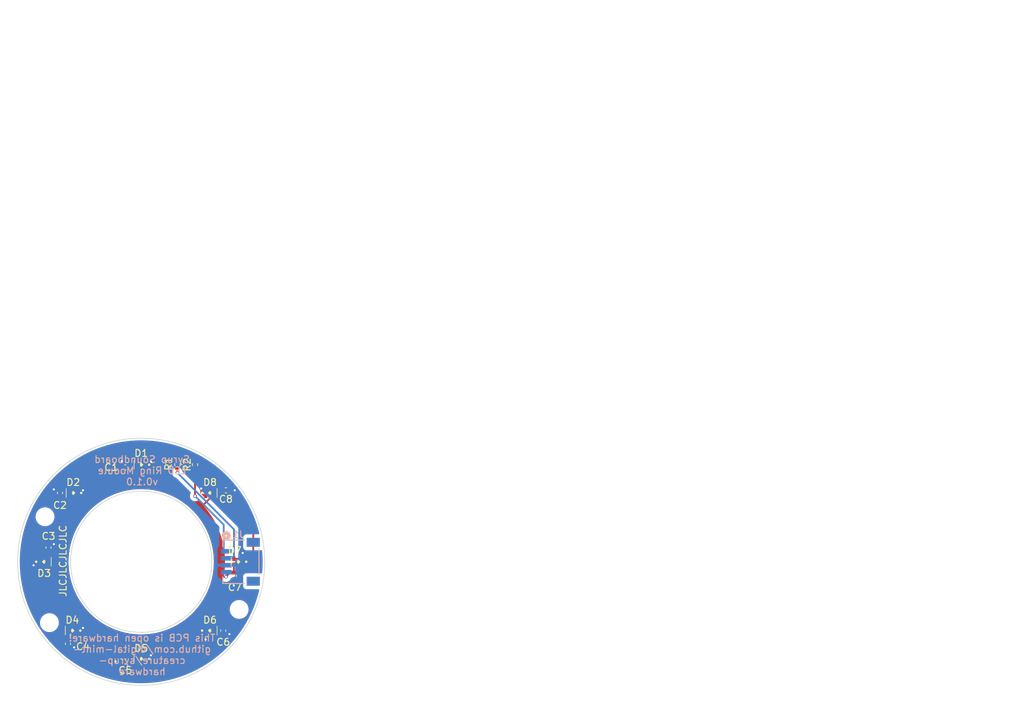
<source format=kicad_pcb>
(kicad_pcb (version 20221018) (generator pcbnew)
  (title_block (title "Syrup Hardware Soundboard: I/O Button Board") (date "2023-12-22") (rev "0.1.0") (company "https://twitch.tv/digimint") (comment 2 "Source location: https://github.com/digital-mint-creature/syrup-hardware") (comment 3 "Licensed under CERN-OHL-S v2 or any later version") (comment 4 "Copyright digimint 2023"))
  (layers (0 "F.Cu" signal) (31 "B.Cu" signal) (34 "B.Paste" user) (35 "F.Paste" user) (36 "B.SilkS" user "B.Silkscreen") (37 "F.SilkS" user "F.Silkscreen") (38 "B.Mask" user) (39 "F.Mask" user) (44 "Edge.Cuts" user))
  (net 0 "")
  (net 1 "/V_{CC}")
  (net 2 "/Gnd")
  (net 3 "Net-(D1-DO)")
  (net 4 "Net-(D1-DI)")
  (net 5 "Net-(D2-DO)")
  (net 6 "Net-(D3-DO)")
  (net 7 "Net-(D4-DO)")
  (net 8 "Net-(D5-DO)")
  (net 9 "Net-(D6-DO)")
  (net 10 "Net-(D7-DO)")
  (net 11 "Net-(D8-DO)")
  (net 12 "/D_{o}")
  (net 13 "/D_{i}")
  (footprint "Capacitor_SMD:C_0402_1005Metric" (layer "F.Cu") (at 170.688 95.504 -90)
    (fp_text reference "C7" (at 1.651 -0.127 180) (layer "F.SilkS") (effects (font (thickness 0.153))))
    (fp_text value "100nF")
    (fp_line (start -0.107836 -0.36) (end 0.107836 -0.36) (stroke (width 0.12)) (layer "F.SilkS"))
    (fp_line (start -0.107836 0.36) (end 0.107836 0.36) (stroke (width 0.12)) (layer "F.SilkS"))
    (pad "1" smd roundrect (at -0.48 0 270) (size 0.56 0.62) (layers "F.Cu" "F.Paste" "F.Mask") (net 1 "/V_{CC}"))
    (pad "2" smd roundrect (at 0.48 0 270) (size 0.56 0.62) (layers "F.Cu" "F.Paste" "F.Mask") (net 2 "/Gnd"))
  )
  (footprint "syrup:XL-1615RGBC-WS2812B" (layer "F.Cu") (at 143.383 93.472)
    (fp_text reference "D3" (at 0 1.651 unlocked) (layer "F.SilkS") (effects (font (thickness 0.153))))
    (fp_text value "~")
    (fp_line (start 1.016 -0.635) (end 1.016 0.635) (stroke (width 0.1)) (layer "F.SilkS"))
    (fp_circle (center -1.143 0) (end -1.016 0) (stroke (width 0.1)) (fill solid) (layer "F.SilkS"))
    (fp_poly (pts (xy 0.127 0.127) (xy 0.127 -0.127) (xy 0 -0.254) (xy -0.254 0) (xy 0 0.254)) (stroke (width 0.1)) (fill solid) (layer "F.SilkS"))
    (pad "1" smd rect (at -0.625 -0.425) (size 0.45 0.65) (layers "F.Cu" "F.Paste" "F.Mask") (net 6 "Net-(D3-DO)") (clearance 0.127))
    (pad "2" smd rect (at 0.625 -0.425) (size 0.45 0.65) (layers "F.Cu" "F.Paste" "F.Mask") (net 1 "/V_{CC}") (clearance 0.127))
    (pad "3" smd rect (at -0.625 0.425) (size 0.45 0.65) (layers "F.Cu" "F.Paste" "F.Mask") (net 2 "/Gnd") (clearance 0.127))
    (pad "4" smd rect (at 0.625 0.425) (size 0.45 0.65) (layers "F.Cu" "F.Paste" "F.Mask") (net 5 "Net-(D2-DO)") (clearance 0.127))
  )
  (footprint "syrup:XL-1615RGBC-WS2812B" (layer "F.Cu") (at 167.259 103.378)
    (fp_text reference "D6" (at 0 -1.524 unlocked) (layer "F.SilkS") (effects (font (thickness 0.153))))
    (fp_text value "~")
    (fp_line (start 1.016 -0.635) (end 1.016 0.635) (stroke (width 0.1)) (layer "F.SilkS"))
    (fp_circle (center -1.143 0) (end -1.016 0) (stroke (width 0.1)) (fill solid) (layer "F.SilkS"))
    (fp_poly (pts (xy 0.127 0.127) (xy 0.127 -0.127) (xy 0 -0.254) (xy -0.254 0) (xy 0 0.254)) (stroke (width 0.1)) (fill solid) (layer "F.SilkS"))
    (pad "1" smd rect (at -0.625 -0.425) (size 0.45 0.65) (layers "F.Cu" "F.Paste" "F.Mask") (net 9 "Net-(D6-DO)") (clearance 0.127))
    (pad "2" smd rect (at 0.625 -0.425) (size 0.45 0.65) (layers "F.Cu" "F.Paste" "F.Mask") (net 1 "/V_{CC}") (clearance 0.127))
    (pad "3" smd rect (at -0.625 0.425) (size 0.45 0.65) (layers "F.Cu" "F.Paste" "F.Mask") (net 2 "/Gnd") (clearance 0.127))
    (pad "4" smd rect (at 0.625 0.425) (size 0.45 0.65) (layers "F.Cu" "F.Paste" "F.Mask") (net 8 "Net-(D5-DO)") (clearance 0.127))
  )
  (footprint "MountingHole:MountingHole_2.2mm_M2" (layer "F.Cu") (at 144.145 102.235)
    (fp_text reference "REF**" hide)
    (fp_text value "MountingHole_2.2mm_M2" hide)
    (pad "" np_thru_hole circle (at 0 0) (size 2.2 2.2) (drill 2.2) (layers "*.Cu" "*.Mask"))
  )
  (footprint "Capacitor_SMD:C_0402_1005Metric" (layer "F.Cu") (at 155.067 79.883 180)
    (fp_text reference "C1" (at 2.032 0 180) (layer "F.SilkS") (effects (font (thickness 0.153))))
    (fp_text value "100nF")
    (fp_line (start -0.107836 -0.36) (end 0.107836 -0.36) (stroke (width 0.12)) (layer "F.SilkS"))
    (fp_line (start -0.107836 0.36) (end 0.107836 0.36) (stroke (width 0.12)) (layer "F.SilkS"))
    (pad "1" smd roundrect (at -0.48 0 180) (size 0.56 0.62) (layers "F.Cu" "F.Paste" "F.Mask") (net 1 "/V_{CC}"))
    (pad "2" smd roundrect (at 0.48 0 180) (size 0.56 0.62) (layers "F.Cu" "F.Paste" "F.Mask") (net 2 "/Gnd"))
  )
  (footprint "MountingHole:MountingHole_2.2mm_M2" (layer "F.Cu") (at 171.45 100.33)
    (fp_text reference "REF**" hide)
    (fp_text value "MountingHole_2.2mm_M2" hide)
    (pad "" np_thru_hole circle (at 0 0) (size 2.2 2.2) (drill 2.2) (layers "F&B.Cu" "*.Mask"))
  )
  (footprint "syrup:XL-1615RGBC-WS2812B" (layer "F.Cu") (at 147.574 83.566 180)
    (fp_text reference "D2" (at 0 1.524 unlocked) (layer "F.SilkS") (effects (font (thickness 0.153))))
    (fp_text value "~")
    (fp_line (start 1.016 -0.635) (end 1.016 0.635) (stroke (width 0.1)) (layer "F.SilkS"))
    (fp_circle (center -1.143 0) (end -1.016 0) (stroke (width 0.1)) (fill solid) (layer "F.SilkS"))
    (fp_poly (pts (xy 0.127 0.127) (xy 0.127 -0.127) (xy 0 -0.254) (xy -0.254 0) (xy 0 0.254)) (stroke (width 0.1)) (fill solid) (layer "F.SilkS"))
    (pad "1" smd rect (at -0.625 -0.425 180) (size 0.45 0.65) (layers "F.Cu" "F.Paste" "F.Mask") (net 5 "Net-(D2-DO)") (clearance 0.127))
    (pad "2" smd rect (at 0.625 -0.425 180) (size 0.45 0.65) (layers "F.Cu" "F.Paste" "F.Mask") (net 1 "/V_{CC}") (clearance 0.127))
    (pad "3" smd rect (at -0.625 0.425 180) (size 0.45 0.65) (layers "F.Cu" "F.Paste" "F.Mask") (net 2 "/Gnd") (clearance 0.127))
    (pad "4" smd rect (at 0.625 0.425 180) (size 0.45 0.65) (layers "F.Cu" "F.Paste" "F.Mask") (net 3 "Net-(D1-DO)") (clearance 0.127))
  )
  (footprint "syrup:XL-1615RGBC-WS2812B" (layer "F.Cu") (at 171.323 93.472 180)
    (fp_text reference "D7" (at 0.508 1.651 unlocked) (layer "F.SilkS") (effects (font (thickness 0.153))))
    (fp_text value "~")
    (fp_line (start 1.016 -0.635) (end 1.016 0.635) (stroke (width 0.1)) (layer "F.SilkS"))
    (fp_circle (center -1.143 0) (end -1.016 0) (stroke (width 0.1)) (fill solid) (layer "F.SilkS"))
    (fp_poly (pts (xy 0.127 0.127) (xy 0.127 -0.127) (xy 0 -0.254) (xy -0.254 0) (xy 0 0.254)) (stroke (width 0.1)) (fill solid) (layer "F.SilkS"))
    (pad "1" smd rect (at -0.625 -0.425 180) (size 0.45 0.65) (layers "F.Cu" "F.Paste" "F.Mask") (net 10 "Net-(D7-DO)") (clearance 0.127))
    (pad "2" smd rect (at 0.625 -0.425 180) (size 0.45 0.65) (layers "F.Cu" "F.Paste" "F.Mask") (net 1 "/V_{CC}") (clearance 0.127))
    (pad "3" smd rect (at -0.625 0.425 180) (size 0.45 0.65) (layers "F.Cu" "F.Paste" "F.Mask") (net 2 "/Gnd") (clearance 0.127))
    (pad "4" smd rect (at 0.625 0.425 180) (size 0.45 0.65) (layers "F.Cu" "F.Paste" "F.Mask") (net 9 "Net-(D6-DO)") (clearance 0.127))
  )
  (footprint "syrup:XL-1615RGBC-WS2812B" (layer "F.Cu") (at 147.447 103.378 180)
    (fp_text reference "D4" (at 0 1.524 unlocked) (layer "F.SilkS") (effects (font (thickness 0.153))))
    (fp_text value "~")
    (fp_line (start 1.016 -0.635) (end 1.016 0.635) (stroke (width 0.1)) (layer "F.SilkS"))
    (fp_circle (center -1.143 0) (end -1.016 0) (stroke (width 0.1)) (fill solid) (layer "F.SilkS"))
    (fp_poly (pts (xy 0.127 0.127) (xy 0.127 -0.127) (xy 0 -0.254) (xy -0.254 0) (xy 0 0.254)) (stroke (width 0.1)) (fill solid) (layer "F.SilkS"))
    (pad "1" smd rect (at -0.625 -0.425 180) (size 0.45 0.65) (layers "F.Cu" "F.Paste" "F.Mask") (net 7 "Net-(D4-DO)") (clearance 0.127))
    (pad "2" smd rect (at 0.625 -0.425 180) (size 0.45 0.65) (layers "F.Cu" "F.Paste" "F.Mask") (net 1 "/V_{CC}") (clearance 0.127))
    (pad "3" smd rect (at -0.625 0.425 180) (size 0.45 0.65) (layers "F.Cu" "F.Paste" "F.Mask") (net 2 "/Gnd") (clearance 0.127))
    (pad "4" smd rect (at 0.625 0.425 180) (size 0.45 0.65) (layers "F.Cu" "F.Paste" "F.Mask") (net 6 "Net-(D3-DO)") (clearance 0.127))
  )
  (footprint "Capacitor_SMD:C_0402_1005Metric" (layer "F.Cu") (at 155.067 107.823 180)
    (fp_text reference "C5" (at 0 -1.27 180) (layer "F.SilkS") (effects (font (thickness 0.153))))
    (fp_text value "100nF")
    (fp_line (start -0.107836 -0.36) (end 0.107836 -0.36) (stroke (width 0.12)) (layer "F.SilkS"))
    (fp_line (start -0.107836 0.36) (end 0.107836 0.36) (stroke (width 0.12)) (layer "F.SilkS"))
    (pad "1" smd roundrect (at -0.48 0 180) (size 0.56 0.62) (layers "F.Cu" "F.Paste" "F.Mask") (net 1 "/V_{CC}"))
    (pad "2" smd roundrect (at 0.48 0 180) (size 0.56 0.62) (layers "F.Cu" "F.Paste" "F.Mask") (net 2 "/Gnd"))
  )
  (footprint "Capacitor_SMD:C_0402_1005Metric" (layer "F.Cu") (at 144.018 91.44 90)
    (fp_text reference "C3" (at 1.651 0 180) (layer "F.SilkS") (effects (font (thickness 0.153))))
    (fp_text value "100nF")
    (fp_line (start -0.107836 -0.36) (end 0.107836 -0.36) (stroke (width 0.12)) (layer "F.SilkS"))
    (fp_line (start -0.107836 0.36) (end 0.107836 0.36) (stroke (width 0.12)) (layer "F.SilkS"))
    (pad "1" smd roundrect (at -0.48 0 90) (size 0.56 0.62) (layers "F.Cu" "F.Paste" "F.Mask") (net 1 "/V_{CC}"))
    (pad "2" smd roundrect (at 0.48 0 90) (size 0.56 0.62) (layers "F.Cu" "F.Paste" "F.Mask") (net 2 "/Gnd"))
  )
  (footprint "syrup:XL-1615RGBC-WS2812B" (layer "F.Cu") (at 157.353 79.502 180)
    (fp_text reference "D1" (at 0 1.651 unlocked) (layer "F.SilkS") (effects (font (thickness 0.153))))
    (fp_text value "~")
    (fp_line (start 1.016 -0.635) (end 1.016 0.635) (stroke (width 0.1)) (layer "F.SilkS"))
    (fp_circle (center -1.143 0) (end -1.016 0) (stroke (width 0.1)) (fill solid) (layer "F.SilkS"))
    (fp_poly (pts (xy 0.127 0.127) (xy 0.127 -0.127) (xy 0 -0.254) (xy -0.254 0) (xy 0 0.254)) (stroke (width 0.1)) (fill solid) (layer "F.SilkS"))
    (pad "1" smd rect (at -0.625 -0.425 180) (size 0.45 0.65) (layers "F.Cu" "F.Paste" "F.Mask") (net 3 "Net-(D1-DO)") (clearance 0.127))
    (pad "2" smd rect (at 0.625 -0.425 180) (size 0.45 0.65) (layers "F.Cu" "F.Paste" "F.Mask") (net 1 "/V_{CC}") (clearance 0.127))
    (pad "3" smd rect (at -0.625 0.425 180) (size 0.45 0.65) (layers "F.Cu" "F.Paste" "F.Mask") (net 2 "/Gnd") (clearance 0.127))
    (pad "4" smd rect (at 0.625 0.425 180) (size 0.45 0.65) (layers "F.Cu" "F.Paste" "F.Mask") (net 4 "Net-(D1-DI)") (clearance 0.127))
  )
  (footprint "Capacitor_SMD:C_0402_1005Metric" (layer "F.Cu") (at 145.669 83.566 90)
    (fp_text reference "C2" (at -1.778 0) (layer "F.SilkS") (effects (font (thickness 0.153))))
    (fp_text value "100nF")
    (fp_line (start -0.107836 -0.36) (end 0.107836 -0.36) (stroke (width 0.12)) (layer "F.SilkS"))
    (fp_line (start -0.107836 0.36) (end 0.107836 0.36) (stroke (width 0.12)) (layer "F.SilkS"))
    (pad "1" smd roundrect (at -0.48 0 90) (size 0.56 0.62) (layers "F.Cu" "F.Paste" "F.Mask") (net 1 "/V_{CC}"))
    (pad "2" smd roundrect (at 0.48 0 90) (size 0.56 0.62) (layers "F.Cu" "F.Paste" "F.Mask") (net 2 "/Gnd"))
  )
  (footprint "MountingHole:MountingHole_2.2mm_M2" (layer "F.Cu") (at 143.51 86.995)
    (fp_text reference "REF**" hide)
    (fp_text value "MountingHole_2.2mm_M2" hide)
    (pad "" np_thru_hole circle (at 0 0) (size 2.2 2.2) (drill 2.2) (layers "F&B.Cu" "*.Mask"))
  )
  (footprint "Resistor_SMD:R_0402_1005Metric" (layer "F.Cu") (at 165.1 79.502 -90)
    (fp_text reference "R2" (at 0 1.143 -90) (layer "F.SilkS") (effects (font (thickness 0.153))))
    (fp_text value "499Ω")
    (fp_line (start -0.153641 -0.38) (end 0.153641 -0.38) (stroke (width 0.12)) (layer "F.SilkS"))
    (fp_line (start -0.153641 0.38) (end 0.153641 0.38) (stroke (width 0.12)) (layer "F.SilkS"))
    (pad "1" smd roundrect (at -0.51 0 270) (size 0.54 0.64) (layers "F.Cu" "F.Paste" "F.Mask") (net 11 "Net-(D8-DO)"))
    (pad "2" smd roundrect (at 0.51 0 270) (size 0.54 0.64) (layers "F.Cu" "F.Paste" "F.Mask") (net 12 "/D_{o}"))
  )
  (footprint "syrup:XL-1615RGBC-WS2812B" (layer "F.Cu") (at 167.259 83.566)
    (fp_text reference "D8" (at 0 -1.524 unlocked) (layer "F.SilkS") (effects (font (thickness 0.153))))
    (fp_text value "~")
    (fp_line (start 1.016 -0.635) (end 1.016 0.635) (stroke (width 0.1)) (layer "F.SilkS"))
    (fp_circle (center -1.143 0) (end -1.016 0) (stroke (width 0.1)) (fill solid) (layer "F.SilkS"))
    (fp_poly (pts (xy 0.127 0.127) (xy 0.127 -0.127) (xy 0 -0.254) (xy -0.254 0) (xy 0 0.254)) (stroke (width 0.1)) (fill solid) (layer "F.SilkS"))
    (pad "1" smd rect (at -0.625 -0.425) (size 0.45 0.65) (layers "F.Cu" "F.Paste" "F.Mask") (net 11 "Net-(D8-DO)") (clearance 0.127))
    (pad "2" smd rect (at 0.625 -0.425) (size 0.45 0.65) (layers "F.Cu" "F.Paste" "F.Mask") (net 1 "/V_{CC}") (clearance 0.127))
    (pad "3" smd rect (at -0.625 0.425) (size 0.45 0.65) (layers "F.Cu" "F.Paste" "F.Mask") (net 2 "/Gnd") (clearance 0.127))
    (pad "4" smd rect (at 0.625 0.425) (size 0.45 0.65) (layers "F.Cu" "F.Paste" "F.Mask") (net 10 "Net-(D7-DO)") (clearance 0.127))
  )
  (footprint "syrup:XL-1615RGBC-WS2812B" (layer "F.Cu") (at 157.353 107.442 180)
    (fp_text reference "D5" (at 0 1.524 unlocked) (layer "F.SilkS") (effects (font (thickness 0.153))))
    (fp_text value "~")
    (fp_line (start 1.016 -0.635) (end 1.016 0.635) (stroke (width 0.1)) (layer "F.SilkS"))
    (fp_circle (center -1.143 0) (end -1.016 0) (stroke (width 0.1)) (fill solid) (layer "F.SilkS"))
    (fp_poly (pts (xy 0.127 0.127) (xy 0.127 -0.127) (xy 0 -0.254) (xy -0.254 0) (xy 0 0.254)) (stroke (width 0.1)) (fill solid) (layer "F.SilkS"))
    (pad "1" smd rect (at -0.625 -0.425 180) (size 0.45 0.65) (layers "F.Cu" "F.Paste" "F.Mask") (net 8 "Net-(D5-DO)") (clearance 0.127))
    (pad "2" smd rect (at 0.625 -0.425 180) (size 0.45 0.65) (layers "F.Cu" "F.Paste" "F.Mask") (net 1 "/V_{CC}") (clearance 0.127))
    (pad "3" smd rect (at -0.625 0.425 180) (size 0.45 0.65) (layers "F.Cu" "F.Paste" "F.Mask") (net 2 "/Gnd") (clearance 0.127))
    (pad "4" smd rect (at 0.625 0.425 180) (size 0.45 0.65) (layers "F.Cu" "F.Paste" "F.Mask") (net 7 "Net-(D4-DO)") (clearance 0.127))
  )
  (footprint "Capacitor_SMD:C_0402_1005Metric" (layer "F.Cu") (at 169.545 83.185)
    (fp_text reference "C8" (at 0 1.27) (layer "F.SilkS") (effects (font (thickness 0.153))))
    (fp_text value "100nF")
    (fp_line (start -0.107836 -0.36) (end 0.107836 -0.36) (stroke (width 0.12)) (layer "F.SilkS"))
    (fp_line (start -0.107836 0.36) (end 0.107836 0.36) (stroke (width 0.12)) (layer "F.SilkS"))
    (pad "1" smd roundrect (at -0.48 0) (size 0.56 0.62) (layers "F.Cu" "F.Paste" "F.Mask") (net 1 "/V_{CC}"))
    (pad "2" smd roundrect (at 0.48 0) (size 0.56 0.62) (layers "F.Cu" "F.Paste" "F.Mask") (net 2 "/Gnd"))
  )
  (footprint "Resistor_SMD:R_0402_1005Metric" (layer "F.Cu") (at 162.56 79.502 90)
    (fp_text reference "R1" (at 0.127 -1.27 270) (layer "F.SilkS") (effects (font (thickness 0.153))))
    (fp_text value "499Ω")
    (fp_line (start -0.153641 -0.38) (end 0.153641 -0.38) (stroke (width 0.12)) (layer "F.SilkS"))
    (fp_line (start -0.153641 0.38) (end 0.153641 0.38) (stroke (width 0.12)) (layer "F.SilkS"))
    (pad "1" smd roundrect (at -0.51 0 90) (size 0.54 0.64) (layers "F.Cu" "F.Paste" "F.Mask") (net 13 "/D_{i}"))
    (pad "2" smd roundrect (at 0.51 0 90) (size 0.54 0.64) (layers "F.Cu" "F.Paste" "F.Mask") (net 4 "Net-(D1-DI)"))
  )
  (footprint "Capacitor_SMD:C_0402_1005Metric" (layer "F.Cu") (at 146.812 105.283 -90)
    (fp_text reference "C4" (at 0.381 -2.159 -180) (layer "F.SilkS") (effects (font (thickness 0.153))))
    (fp_text value "100nF")
    (fp_line (start -0.107836 -0.36) (end 0.107836 -0.36) (stroke (width 0.12)) (layer "F.SilkS"))
    (fp_line (start -0.107836 0.36) (end 0.107836 0.36) (stroke (width 0.12)) (layer "F.SilkS"))
    (pad "1" smd roundrect (at -0.48 0 270) (size 0.56 0.62) (layers "F.Cu" "F.Paste" "F.Mask") (net 1 "/V_{CC}"))
    (pad "2" smd roundrect (at 0.48 0 270) (size 0.56 0.62) (layers "F.Cu" "F.Paste" "F.Mask") (net 2 "/Gnd"))
  )
  (footprint "Capacitor_SMD:C_0402_1005Metric" (layer "F.Cu") (at 169.164 103.378 -90)
    (fp_text reference "C6" (at 1.651 0 180) (layer "F.SilkS") (effects (font (thickness 0.153))))
    (fp_text value "100nF")
    (fp_line (start -0.107836 -0.36) (end 0.107836 -0.36) (stroke (width 0.12)) (layer "F.SilkS"))
    (fp_line (start -0.107836 0.36) (end 0.107836 0.36) (stroke (width 0.12)) (layer "F.SilkS"))
    (pad "1" smd roundrect (at -0.48 0 270) (size 0.56 0.62) (layers "F.Cu" "F.Paste" "F.Mask") (net 1 "/V_{CC}"))
    (pad "2" smd roundrect (at 0.48 0 270) (size 0.56 0.62) (layers "F.Cu" "F.Paste" "F.Mask") (net 2 "/Gnd"))
  )
  (footprint "syrup:CONN_SM04B-SRSS-TB_JST" (layer "B.Cu") (at 171.705499 93.472 90)
    (fp_text reference "J1" (at 3.9116 -0.357099 unlocked) (layer "B.SilkS") (effects (font (thickness 0.153)) (justify mirror)))
    (fp_text value "SM04B-SRSS-TB")
    (fp_line (start -3.1242 -2.6035) (end -2.16294 -2.6035) (stroke (width 0.1524)) (layer "B.SilkS"))
    (fp_line (start -3.1242 0.491261) (end -3.1242 -2.6035) (stroke (width 0.1524)) (layer "B.SilkS"))
    (fp_line (start 1.819559 2.6035) (end -1.819559 2.6035) (stroke (width 0.1524)) (layer "B.SilkS"))
    (fp_line (start 2.16294 -2.6035) (end 3.1242 -2.6035) (stroke (width 0.1524)) (layer "B.SilkS"))
    (fp_line (start 3.1242 -2.6035) (end 3.1242 0.491261) (stroke (width 0.1524)) (layer "B.SilkS"))
    (fp_circle (center 3.7592 -2.0985) (end 4.1402 -2.0985) (stroke (width 0.508)) (fill none) (layer "B.SilkS"))
    (fp_circle (center 3.7592 -2.0985) (end 4.1402 -2.0985) (stroke (width 0.508)) (fill none) (layer "F.SilkS"))
    (pad "1" smd rect (at 1.5 -2.0985 90) (size 0.6604 1.5494) (layers "B.Cu" "B.Paste" "B.Mask") (net 12 "/D_{o}"))
    (pad "2" smd rect (at 0.499999 -2.0985 90) (size 0.6604 1.5494) (layers "B.Cu" "B.Paste" "B.Mask") (net 13 "/D_{i}"))
    (pad "3" smd rect (at -0.499999 -2.0985 90) (size 0.6604 1.5494) (layers "B.Cu" "B.Paste" "B.Mask") (net 2 "/Gnd"))
    (pad "4" smd rect (at -1.5 -2.0985 90) (size 0.6604 1.5494) (layers "B.Cu" "B.Paste" "B.Mask") (net 1 "/V_{CC}"))
    (pad "5" smd rect (at -2.799999 1.776501) (size 1.905 1.2954) (layers "B.Cu" "B.Paste" "B.Mask"))
    (pad "6" smd rect (at 2.799999 1.776501) (size 1.905 1.2954) (layers "B.Cu" "B.Paste" "B.Mask"))
  )
  (gr_circle (center 157.353 93.472) (end 167.513 93.472) (stroke (width 0.1)) (fill none) (layer "Edge.Cuts"))
  (gr_circle (center 157.353 93.472) (end 175.133 93.472) (stroke (width 0.1)) (fill none) (layer "Edge.Cuts"))
  (gr_text "Syrup Soundboard\nLED Ring Module\nv0.1.0" (at 157.48 82.55) (layer "B.SilkS") (effects (font (size 1 1) (thickness 0.153)) (justify bottom mirror)))
  (gr_text "This PCB is open hardware!\ngithub.com/digital-mint-\ncreature/syrup-\nhardware" (at 157.48 109.855) (layer "B.SilkS") (effects (font (size 1 1) (thickness 0.153)) (justify bottom mirror)))
  (gr_text "JLCJLCJLCJLC" (at 146.685 93.345 90) (layer "F.SilkS") (effects (font (size 1 1) (thickness 0.153)) (justify bottom)))
  (segment (start 151.765 83.312) (end 151.765 83.439) (width 0.25) (layer "F.Cu") (net 1))
  (segment (start 167.884 102.953) (end 169.109 102.953) (width 0.25) (layer "F.Cu") (net 1))
  (segment (start 150.495 82.042) (end 151.765 83.312) (width 0.25) (layer "F.Cu") (net 1))
  (segment (start 157.203 107.867) (end 157.353 107.717) (width 0.25) (layer "F.Cu") (net 1))
  (segment (start 170.698 95.014) (end 170.688 95.024) (width 0.25) (layer "F.Cu") (net 1))
  (segment (start 145.669 84.046) (end 146.894 84.046) (width 0.25) (layer "F.Cu") (net 1))
  (segment (start 169.109 102.953) (end 169.164 102.898) (width 0.25) (layer "F.Cu") (net 1))
  (segment (start 167.409 83.141) (end 167.386 83.164) (width 0.25) (layer "F.Cu") (net 1))
  (segment (start 147.297 103.803) (end 147.447 103.653) (width 0.25) (layer "F.Cu") (net 1))
  (segment (start 146.812 103.813) (end 146.822 103.803) (width 0.25) (layer "F.Cu") (net 1))
  (segment (start 144.018 93.037) (end 144.008 93.047) (width 0.25) (layer "F.Cu") (net 1))
  (segment (start 167.884 102.953) (end 167.409 102.953) (width 0.25) (layer "F.Cu") (net 1))
  (segment (start 169.037 93.853) (end 169.081 93.897) (width 0.25) (layer "F.Cu") (net 1))
  (segment (start 167.884 83.141) (end 169.021 83.141) (width 0.25) (layer "F.Cu") (net 1))
  (segment (start 169.545 95.631) (end 168.529 95.631) (width 0.25) (layer "F.Cu") (net 1))
  (segment (start 148.209 82.042) (end 150.495 82.042) (width 0.25) (layer "F.Cu") (net 1))
  (segment (start 169.021 83.141) (end 169.065 83.185) (width 0.25) (layer "F.Cu") (net 1))
  (segment (start 156.684 107.823) (end 156.728 107.867) (width 0.25) (layer "F.Cu") (net 1))
  (segment (start 147.447 103.653) (end 147.447 101.981) (width 0.25) (layer "F.Cu") (net 1))
  (segment (start 146.949 83.991) (end 147.153 83.991) (width 0.25) (layer "F.Cu") (net 1))
  (segment (start 170.698 93.897) (end 170.698 95.014) (width 0.25) (layer "F.Cu") (net 1))
  (segment (start 156.728 107.867) (end 157.203 107.867) (width 0.25) (layer "F.Cu") (net 1))
  (segment (start 147.447 101.981) (end 148.59 100.838) (width 0.25) (layer "F.Cu") (net 1))
  (segment (start 146.894 84.046) (end 146.949 83.991) (width 0.25) (layer "F.Cu") (net 1))
  (segment (start 170.152 95.024) (end 169.545 95.631) (width 0.25) (layer "F.Cu") (net 1))
  (segment (start 167.199 103.163) (end 167.199 104.886173) (width 0.25) (layer "F.Cu") (net 1))
  (segment (start 147.574 82.677) (end 148.209 82.042) (width 0.25) (layer "F.Cu") (net 1))
  (segment (start 146.812 104.803) (end 146.812 103.813) (width 0.25) (layer "F.Cu") (net 1))
  (segment (start 147.574 83.57) (end 147.574 82.677) (width 0.25) (layer "F.Cu") (net 1))
  (segment (start 156.728 82.159) (end 156.718 82.169) (width 0.25) (layer "F.Cu") (net 1))
  (segment (start 167.409 102.953) (end 167.199 103.163) (width 0.25) (layer "F.Cu") (net 1))
  (segment (start 166.31 105.223) (end 163.957 102.87) (width 0.25) (layer "F.Cu") (net 1))
  (segment (start 157.353 107.717) (end 157.353 105.029) (width 0.25) (layer "F.Cu") (net 1))
  (segment (start 144.008 93.047) (end 145.625 93.047) (width 0.25) (layer "F.Cu") (net 1))
  (segment (start 146.822 103.803) (end 147.297 103.803) (width 0.25) (layer "F.Cu") (net 1))
  (segment (start 167.386 83.164) (end 167.386 84.201) (width 0.25) (layer "F.Cu") (net 1))
  (segment (start 167.199 104.886173) (end 166.862173 105.223) (width 0.25) (layer "F.Cu") (net 1))
  (segment (start 145.625 93.047) (end 145.669 93.091) (width 0.25) (layer "F.Cu") (net 1))
  (segment (start 167.386 84.201) (end 165.608 85.979) (width 0.25) (layer "F.Cu") (net 1))
  (segment (start 167.884 83.141) (end 167.409 83.141) (width 0.25) (layer "F.Cu") (net 1))
  (segment (start 147.153 83.991) (end 147.574 83.57) (width 0.25) (layer "F.Cu") (net 1))
  (segment (start 156.684 79.883) (end 156.728 79.927) (width 0.25) (layer "F.Cu") (net 1))
  (segment (start 170.698 93.897) (end 169.081 93.897) (width 0.25) (layer "F.Cu") (net 1))
  (segment (start 156.728 79.927) (end 156.728 82.159) (width 0.25) (layer "F.Cu") (net 1))
  (segment (start 144.018 91.92) (end 144.018 93.037) (width 0.25) (layer "F.Cu") (net 1))
  (segment (start 170.688 95.024) (end 170.152 95.024) (width 0.25) (layer "F.Cu") (net 1))
  (segment (start 155.547 107.823) (end 156.684 107.823) (width 0.25) (layer "F.Cu") (net 1))
  (segment (start 166.862173 105.223) (end 166.31 105.223) (width 0.25) (layer "F.Cu") (net 1))
  (segment (start 155.547 79.883) (end 156.684 79.883) (width 0.25) (layer "F.Cu") (net 1))
  (via (at 169.545 95.631) (size 0.5) (drill 0.3) (layers "F.Cu" "B.Cu") (net 1))
  (segment (start 169.606999 95.569001) (end 169.606999 94.972) (width 0.25) (layer "B.Cu") (net 1))
  (segment (start 169.545 95.631) (end 169.606999 95.569001) (width 0.25) (layer "B.Cu") (net 1))
  (segment (start 166.624 104.648) (end 166.624 103.832) (width 0.25) (layer "F.Cu") (net 2))
  (segment (start 144.78 83.058) (end 145.596 83.058) (width 0.25) (layer "F.Cu") (net 2))
  (segment (start 170.688 96.901) (end 170.688 96.085) (width 0.25) (layer "F.Cu") (net 2))
  (segment (start 158.75 106.934) (end 157.934 106.934) (width 0.25) (layer "F.Cu") (net 2))
  (segment (start 165.989 82.931) (end 165.989 83.55) (width 0.25) (layer "F.Cu") (net 2))
  (segment (start 170.053 103.886) (end 169.237 103.886) (width 0.25) (layer "F.Cu") (net 2))
  (segment (start 141.859 93.98) (end 142.675 93.98) (width 0.25) (layer "F.Cu") (net 2))
  (segment (start 148.971 83.185) (end 148.155 83.185) (width 0.25) (layer "F.Cu") (net 2))
  (segment (start 153.67 107.823) (end 154.486 107.823) (width 0.25) (layer "F.Cu") (net 2))
  (segment (start 158.794 79.077) (end 157.978 79.077) (width 0.25) (layer "F.Cu") (net 2))
  (segment (start 171.958 92.202) (end 171.958 93.018) (width 0.25) (layer "F.Cu") (net 2))
  (segment (start 148.971 102.997) (end 148.155 102.997) (width 0.25) (layer "F.Cu") (net 2))
  (segment (start 166.43 83.991) (end 166.634 83.991) (width 0.25) (layer "F.Cu") (net 2))
  (segment (start 147.701 105.791) (end 146.885 105.791) (width 0.25) (layer "F.Cu") (net 2))
  (segment (start 144.78 90.932) (end 143.964 90.932) (width 0.25) (layer "F.Cu") (net 2))
  (segment (start 154.559 78.994) (end 154.559 79.81) (width 0.25) (layer "F.Cu") (net 2))
  (segment (start 165.989 83.55) (end 166.43 83.991) (width 0.25) (layer "F.Cu") (net 2))
  (segment (start 170.815 83.185) (end 169.999 83.185) (width 0.25) (layer "F.Cu") (net 2))
  (via (at 170.688 96.901) (size 0.5) (drill 0.3) (layers "F.Cu" "B.Cu") (net 2))
  (via (at 165.989 82.931) (size 0.5) (drill 0.3) (layers "F.Cu" "B.Cu") (net 2))
  (via (at 158.794 79.077) (size 0.5) (drill 0.3) (layers "F.Cu" "B.Cu") (net 2))
  (via (at 148.971 102.997) (size 0.5) (drill 0.3) (layers "F.Cu" "B.Cu") (net 2))
  (via (at 144.78 90.932) (size 0.5) (drill 0.3) (layers "F.Cu" "B.Cu") (net 2))
  (via (at 147.701 105.791) (size 0.5) (drill 0.3) (layers "F.Cu" "B.Cu") (net 2))
  (via (at 170.053 103.886) (size 0.5) (drill 0.3) (layers "F.Cu" "B.Cu") (net 2))
  (via (at 148.971 83.185) (size 0.5) (drill 0.3) (layers "F.Cu" "B.Cu") (net 2))
  (via (at 144.78 83.058) (size 0.5) (drill 0.3) (layers "F.Cu" "B.Cu") (net 2))
  (via (at 154.559 78.994) (size 0.5) (drill 0.3) (layers "F.Cu" "B.Cu") (net 2))
  (via (at 141.859 93.98) (size 0.5) (drill 0.3) (layers "F.Cu" "B.Cu") (net 2))
  (via (at 153.67 107.823) (size 0.5) (drill 0.3) (layers "F.Cu" "B.Cu") (net 2))
  (via (at 166.624 104.648) (size 0.5) (drill 0.3) (layers "F.Cu" "B.Cu") (net 2))
  (via (at 171.958 92.202) (size 0.5) (drill 0.3) (layers "F.Cu" "B.Cu") (net 2))
  (via (at 170.815 83.185) (size 0.5) (drill 0.3) (layers "F.Cu" "B.Cu") (net 2))
  (via (at 158.75 106.934) (size 0.5) (drill 0.3) (layers "F.Cu" "B.Cu") (net 2))
  (segment (start 158.877 78.232) (end 159.512 78.867) (width 0.25) (layer "F.Cu") (net 3))
  (segment (start 158.757173 79.927) (end 157.978 79.927) (width 0.25) (layer "F.Cu") (net 3))
  (segment (start 147.447 81.026) (end 146.949 81.524) (width 0.25) (layer "F.Cu") (net 3))
  (segment (start 159.512 78.867) (end 159.512 79.172173) (width 0.25) (layer "F.Cu") (net 3))
  (segment (start 146.949 81.524) (end 146.949 83.141) (width 0.25) (layer "F.Cu") (net 3))
  (segment (start 147.447 81.026) (end 151.003 81.026) (width 0.25) (layer "F.Cu") (net 3))
  (segment (start 151.003 81.026) (end 153.797 78.232) (width 0.25) (layer "F.Cu") (net 3))
  (segment (start 159.512 79.172173) (end 158.757173 79.927) (width 0.25) (layer "F.Cu") (net 3))
  (segment (start 153.797 78.232) (end 158.877 78.232) (width 0.25) (layer "F.Cu") (net 3))
  (segment (start 158.023 81.026) (end 157.205 80.208) (width 0.25) (layer "F.Cu") (net 4))
  (segment (start 157.203 79.077) (end 156.728 79.077) (width 0.25) (layer "F.Cu") (net 4))
  (segment (start 161.038 78.992) (end 159.004 81.026) (width 0.25) (layer "F.Cu") (net 4))
  (segment (start 162.56 78.992) (end 161.038 78.992) (width 0.25) (layer "F.Cu") (net 4))
  (segment (start 157.205 80.208) (end 157.205 79.079) (width 0.25) (layer "F.Cu") (net 4))
  (segment (start 157.205 79.079) (end 157.203 79.077) (width 0.25) (layer "F.Cu") (net 4))
  (segment (start 159.004 81.026) (end 158.023 81.026) (width 0.25) (layer "F.Cu") (net 4))
  (segment (start 143.533 93.897) (end 144.008 93.897) (width 0.25) (layer "F.Cu") (net 5))
  (segment (start 143.256 90.17) (end 143.256 93.62) (width 0.25) (layer "F.Cu") (net 5))
  (segment (start 148.199 83.991) (end 148.199 85.227) (width 0.25) (layer "F.Cu") (net 5))
  (segment (start 143.256 93.62) (end 143.533 93.897) (width 0.25) (layer "F.Cu") (net 5))
  (segment (start 148.199 85.227) (end 143.256 90.17) (width 0.25) (layer "F.Cu") (net 5))
  (segment (start 141.097 93.726) (end 141.097 96.774) (width 0.25) (layer "F.Cu") (net 6))
  (segment (start 142.758 93.047) (end 141.776 93.047) (width 0.25) (layer "F.Cu") (net 6))
  (segment (start 141.097 96.774) (end 146.822 102.499) (width 0.25) (layer "F.Cu") (net 6))
  (segment (start 146.822 102.499) (end 146.822 102.953) (width 0.25) (layer "F.Cu") (net 6))
  (segment (start 141.776 93.047) (end 141.097 93.726) (width 0.25) (layer "F.Cu") (net 6))
  (segment (start 153.118 107.017) (end 156.728 107.017) (width 0.25) (layer "F.Cu") (net 7))
  (segment (start 149.904 103.803) (end 153.118 107.017) (width 0.25) (layer "F.Cu") (net 7))
  (segment (start 148.072 103.803) (end 149.904 103.803) (width 0.25) (layer "F.Cu") (net 7))
  (segment (start 157.978 107.867) (end 166.453 107.867) (width 0.25) (layer "F.Cu") (net 8))
  (segment (start 167.884 106.436) (end 167.884 103.803) (width 0.25) (layer "F.Cu") (net 8))
  (segment (start 166.453 107.867) (end 167.884 106.436) (width 0.25) (layer "F.Cu") (net 8))
  (segment (start 171.323 97.079173) (end 171.323 93.197) (width 0.25) (layer "F.Cu") (net 9))
  (segment (start 167.64 100.33) (end 170.494 97.476) (width 0.25) (layer "F.Cu") (net 9))
  (segment (start 170.494 97.476) (end 170.926173 97.476) (width 0.25) (layer "F.Cu") (net 9))
  (segment (start 166.634 102.462) (end 167.64 101.456) (width 0.25) (layer "F.Cu") (net 9))
  (segment (start 171.323 93.197) (end 171.173 93.047) (width 0.25) (layer "F.Cu") (net 9))
  (segment (start 170.926173 97.476) (end 171.323 97.079173) (width 0.25) (layer "F.Cu") (net 9))
  (segment (start 171.173 93.047) (end 170.698 93.047) (width 0.25) (layer "F.Cu") (net 9))
  (segment (start 167.64 101.456) (end 167.64 100.33) (width 0.25) (layer "F.Cu") (net 9))
  (segment (start 166.634 102.953) (end 166.634 102.462) (width 0.25) (layer "F.Cu") (net 9))
  (segment (start 173.482 89.154) (end 168.319 83.991) (width 0.25) (layer "F.Cu") (net 10))
  (segment (start 171.948 93.897) (end 172.423 93.897) (width 0.25) (layer "F.Cu") (net 10))
  (segment (start 173.482 92.838) (end 173.482 89.154) (width 0.25) (layer "F.Cu") (net 10))
  (segment (start 172.423 93.897) (end 173.482 92.838) (width 0.25) (layer "F.Cu") (net 10))
  (segment (start 168.319 83.991) (end 167.884 83.991) (width 0.25) (layer "F.Cu") (net 10))
  (segment (start 166.634 80.526) (end 165.1 78.992) (width 0.25) (layer "F.Cu") (net 11))
  (segment (start 166.634 83.141) (end 166.634 80.526) (width 0.25) (layer "F.Cu") (net 11))
  (segment (start 165.1 83.525233) (end 165.1 84.012794) (width 0.25) (layer "F.Cu") (net 12))
  (segment (start 165.1 83.525233) (end 165.1 80.012) (width 0.25) (layer "F.Cu") (net 12))
  (segment (start 165.1 84.012794) (end 165.105203 84.017997) (width 0.25) (layer "F.Cu") (net 12))
  (via (at 165.105203 84.017997) (size 0.5) (drill 0.3) (layers "F.Cu" "B.Cu") (net 12))
  (segment (start 165.105203 84.017997) (end 169.2245 88.137293) (width 0.25) (layer "B.Cu") (net 12))
  (segment (start 169.2245 88.137293) (end 169.2245 91.972) (width 0.25) (layer "B.Cu") (net 12))
  (segment (start 162.56 80.645) (end 162.56 80.012) (width 0.25) (layer "F.Cu") (net 13))
  (via (at 162.56 80.645) (size 0.5) (drill 0.3) (layers "F.Cu" "B.Cu") (net 13))
  (segment (start 162.56 80.660327) (end 170.706699 88.807026) (width 0.25) (layer "B.Cu") (net 13))
  (segment (start 170.706699 92.6272) (end 170.361898 92.972001) (width 0.25) (layer "B.Cu") (net 13))
  (segment (start 170.2492 92.972001) (end 169.2245 92.972001) (width 0.25) (layer "B.Cu") (net 13))
  (segment (start 170.706699 88.807026) (end 170.706699 92.6272) (width 0.25) (layer "B.Cu") (net 13))
  (segment (start 162.56 80.645) (end 162.56 80.660327) (width 0.25) (layer "B.Cu") (net 13))
  (segment (start 170.3242 92.897001) (end 170.2492 92.972001) (width 0.25) (layer "B.Cu") (net 13))
  (segment (start 170.361898 92.972001) (end 169.606999 92.972001) (width 0.25) (layer "B.Cu") (net 13))
  (zone (net 1) (net_name "/V_{CC}") (layer "F.Cu") (priority 1) (connect_pads (clearance 0.5)) (min_thickness 0.25) (fill yes (thermal_gap 0.5) (thermal_bridge_width 0.5) (smoothing fillet) (radius 12.065))
    (polygon (pts (xy 145.288 81.407) (xy 169.418 81.407) (xy 169.418 105.537) (xy 145.288 105.537)))
  )
  (zone (net 2) (net_name "/Gnd") (layer "B.Cu") (connect_pads (clearance 0.5)) (min_thickness 0.25) (fill yes (thermal_gap 0.5) (thermal_bridge_width 0.5) (smoothing fillet) (radius 5))
    (polygon (pts (xy 137.033 73.152) (xy 177.673 73.152) (xy 177.673 113.792) (xy 137.033 113.792)))
  )
)
</source>
